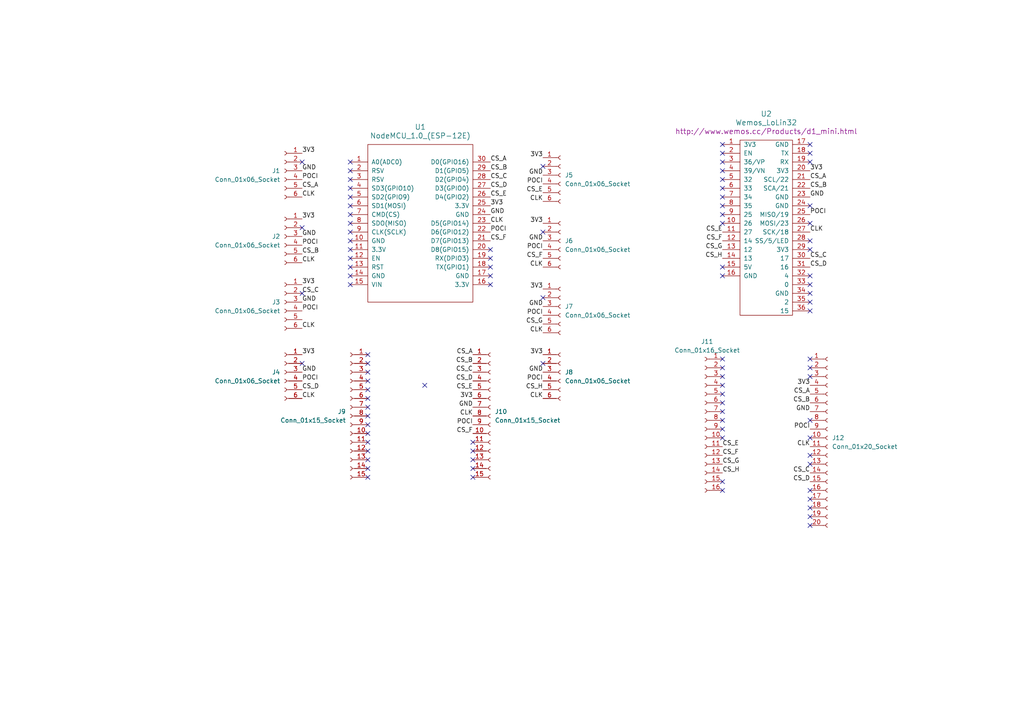
<source format=kicad_sch>
(kicad_sch (version 20230121) (generator eeschema)
  (paper "A4")
  (lib_symbols
    (symbol "Connector:Conn_01x06_Socket" (pin_names (offset 1.016) hide)
      (property "Reference" "J" (at 0 7.62 0))
      (property "Value" "Conn_01x06_Socket" (at 0 -10.16 0))
      (symbol "Conn_01x06_Socket_1_1"
        (arc (start 0 -7.112) (mid -0.5058 -7.62) (end 0 -8.128) (stroke (width 0.1524)))
        (arc (start 0 -4.572) (mid -0.5058 -5.08) (end 0 -5.588) (stroke (width 0.1524)))
        (arc (start 0 -2.032) (mid -0.5058 -2.54) (end 0 -3.048) (stroke (width 0.1524)))
        (polyline (pts (xy -1.27 -7.62) (xy -0.508 -7.62)) (stroke (width 0.1524)))
        (polyline (pts (xy -1.27 -5.08) (xy -0.508 -5.08)) (stroke (width 0.1524)))
        (polyline (pts (xy -1.27 -2.54) (xy -0.508 -2.54)) (stroke (width 0.1524)))
        (polyline (pts (xy -1.27 0) (xy -0.508 0)) (stroke (width 0.1524)))
        (polyline (pts (xy -1.27 2.54) (xy -0.508 2.54)) (stroke (width 0.1524)))
        (polyline (pts (xy -1.27 5.08) (xy -0.508 5.08)) (stroke (width 0.1524)))
        (arc (start 0 0.508) (mid -0.5058 0) (end 0 -0.508) (stroke (width 0.1524)))
        (arc (start 0 3.048) (mid -0.5058 2.54) (end 0 2.032) (stroke (width 0.1524)))
        (arc (start 0 5.588) (mid -0.5058 5.08) (end 0 4.572) (stroke (width 0.1524)))
        (pin passive line (at -5.08 5.08 0) (length 3.81) (name "Pin_1") (number "1"))
        (pin passive line (at -5.08 2.54 0) (length 3.81) (name "Pin_2") (number "2"))
        (pin passive line (at -5.08 0 0) (length 3.81) (name "Pin_3") (number "3"))
        (pin passive line (at -5.08 -2.54 0) (length 3.81) (name "Pin_4") (number "4"))
        (pin passive line (at -5.08 -5.08 0) (length 3.81) (name "Pin_5") (number "5"))
        (pin passive line (at -5.08 -7.62 0) (length 3.81) (name "Pin_6") (number "6"))
      )
    )
    (symbol "Connector:Conn_01x15_Socket" (pin_names (offset 1.016) hide)
      (property "Reference" "J" (at 0 20.32 0))
      (property "Value" "Conn_01x15_Socket" (at 0 -20.32 0))
      (symbol "Conn_01x15_Socket_1_1"
        (arc (start 0 -17.272) (mid -0.5058 -17.78) (end 0 -18.288) (stroke (width 0.1524)))
        (arc (start 0 -14.732) (mid -0.5058 -15.24) (end 0 -15.748) (stroke (width 0.1524)))
        (arc (start 0 -12.192) (mid -0.5058 -12.7) (end 0 -13.208) (stroke (width 0.1524)))
        (arc (start 0 -9.652) (mid -0.5058 -10.16) (end 0 -10.668) (stroke (width 0.1524)))
        (arc (start 0 -7.112) (mid -0.5058 -7.62) (end 0 -8.128) (stroke (width 0.1524)))
        (arc (start 0 -4.572) (mid -0.5058 -5.08) (end 0 -5.588) (stroke (width 0.1524)))
        (arc (start 0 -2.032) (mid -0.5058 -2.54) (end 0 -3.048) (stroke (width 0.1524)))
        (polyline (pts (xy -1.27 -17.78) (xy -0.508 -17.78)) (stroke (width 0.1524)))
        (polyline (pts (xy -1.27 -15.24) (xy -0.508 -15.24)) (stroke (width 0.1524)))
        (polyline (pts (xy -1.27 -12.7) (xy -0.508 -12.7)) (stroke (width 0.1524)))
        (polyline (pts (xy -1.27 -10.16) (xy -0.508 -10.16)) (stroke (width 0.1524)))
        (polyline (pts (xy -1.27 -7.62) (xy -0.508 -7.62)) (stroke (width 0.1524)))
        (polyline (pts (xy -1.27 -5.08) (xy -0.508 -5.08)) (stroke (width 0.1524)))
        (polyline (pts (xy -1.27 -2.54) (xy -0.508 -2.54)) (stroke (width 0.1524)))
        (polyline (pts (xy -1.27 0) (xy -0.508 0)) (stroke (width 0.1524)))
        (polyline (pts (xy -1.27 2.54) (xy -0.508 2.54)) (stroke (width 0.1524)))
        (polyline (pts (xy -1.27 5.08) (xy -0.508 5.08)) (stroke (width 0.1524)))
        (polyline (pts (xy -1.27 7.62) (xy -0.508 7.62)) (stroke (width 0.1524)))
        (polyline (pts (xy -1.27 10.16) (xy -0.508 10.16)) (stroke (width 0.1524)))
        (polyline (pts (xy -1.27 12.7) (xy -0.508 12.7)) (stroke (width 0.1524)))
        (polyline (pts (xy -1.27 15.24) (xy -0.508 15.24)) (stroke (width 0.1524)))
        (polyline (pts (xy -1.27 17.78) (xy -0.508 17.78)) (stroke (width 0.1524)))
        (arc (start 0 0.508) (mid -0.5058 0) (end 0 -0.508) (stroke (width 0.1524)))
        (arc (start 0 3.048) (mid -0.5058 2.54) (end 0 2.032) (stroke (width 0.1524)))
        (arc (start 0 5.588) (mid -0.5058 5.08) (end 0 4.572) (stroke (width 0.1524)))
        (arc (start 0 8.128) (mid -0.5058 7.62) (end 0 7.112) (stroke (width 0.1524)))
        (arc (start 0 10.668) (mid -0.5058 10.16) (end 0 9.652) (stroke (width 0.1524)))
        (arc (start 0 13.208) (mid -0.5058 12.7) (end 0 12.192) (stroke (width 0.1524)))
        (arc (start 0 15.748) (mid -0.5058 15.24) (end 0 14.732) (stroke (width 0.1524)))
        (arc (start 0 18.288) (mid -0.5058 17.78) (end 0 17.272) (stroke (width 0.1524)))
        (pin passive line (at -5.08 17.78 0) (length 3.81) (name "Pin_1") (number "1"))
        (pin passive line (at -5.08 -5.08 0) (length 3.81) (name "Pin_10") (number "10"))
        (pin passive line (at -5.08 -7.62 0) (length 3.81) (name "Pin_11") (number "11"))
        (pin passive line (at -5.08 -10.16 0) (length 3.81) (name "Pin_12") (number "12"))
        (pin passive line (at -5.08 -12.7 0) (length 3.81) (name "Pin_13") (number "13"))
        (pin passive line (at -5.08 -15.24 0) (length 3.81) (name "Pin_14") (number "14"))
        (pin passive line (at -5.08 -17.78 0) (length 3.81) (name "Pin_15") (number "15"))
        (pin passive line (at -5.08 15.24 0) (length 3.81) (name "Pin_2") (number "2"))
        (pin passive line (at -5.08 12.7 0) (length 3.81) (name "Pin_3") (number "3"))
        (pin passive line (at -5.08 10.16 0) (length 3.81) (name "Pin_4") (number "4"))
        (pin passive line (at -5.08 7.62 0) (length 3.81) (name "Pin_5") (number "5"))
        (pin passive line (at -5.08 5.08 0) (length 3.81) (name "Pin_6") (number "6"))
        (pin passive line (at -5.08 2.54 0) (length 3.81) (name "Pin_7") (number "7"))
        (pin passive line (at -5.08 0 0) (length 3.81) (name "Pin_8") (number "8"))
        (pin passive line (at -5.08 -2.54 0) (length 3.81) (name "Pin_9") (number "9"))
      )
    )
    (symbol "Connector:Conn_01x16_Socket" (pin_names (offset 1.016) hide)
      (property "Reference" "J" (at 0 20.32 0))
      (property "Value" "Conn_01x16_Socket" (at 0 -22.86 0))
      (symbol "Conn_01x16_Socket_1_1"
        (arc (start 0 -19.812) (mid -0.5058 -20.32) (end 0 -20.828) (stroke (width 0.1524)))
        (arc (start 0 -17.272) (mid -0.5058 -17.78) (end 0 -18.288) (stroke (width 0.1524)))
        (arc (start 0 -14.732) (mid -0.5058 -15.24) (end 0 -15.748) (stroke (width 0.1524)))
        (arc (start 0 -12.192) (mid -0.5058 -12.7) (end 0 -13.208) (stroke (width 0.1524)))
        (arc (start 0 -9.652) (mid -0.5058 -10.16) (end 0 -10.668) (stroke (width 0.1524)))
        (arc (start 0 -7.112) (mid -0.5058 -7.62) (end 0 -8.128) (stroke (width 0.1524)))
        (arc (start 0 -4.572) (mid -0.5058 -5.08) (end 0 -5.588) (stroke (width 0.1524)))
        (arc (start 0 -2.032) (mid -0.5058 -2.54) (end 0 -3.048) (stroke (width 0.1524)))
        (polyline (pts (xy -1.27 -20.32) (xy -0.508 -20.32)) (stroke (width 0.1524)))
        (polyline (pts (xy -1.27 -17.78) (xy -0.508 -17.78)) (stroke (width 0.1524)))
        (polyline (pts (xy -1.27 -15.24) (xy -0.508 -15.24)) (stroke (width 0.1524)))
        (polyline (pts (xy -1.27 -12.7) (xy -0.508 -12.7)) (stroke (width 0.1524)))
        (polyline (pts (xy -1.27 -10.16) (xy -0.508 -10.16)) (stroke (width 0.1524)))
        (polyline (pts (xy -1.27 -7.62) (xy -0.508 -7.62)) (stroke (width 0.1524)))
        (polyline (pts (xy -1.27 -5.08) (xy -0.508 -5.08)) (stroke (width 0.1524)))
        (polyline (pts (xy -1.27 -2.54) (xy -0.508 -2.54)) (stroke (width 0.1524)))
        (polyline (pts (xy -1.27 0) (xy -0.508 0)) (stroke (width 0.1524)))
        (polyline (pts (xy -1.27 2.54) (xy -0.508 2.54)) (stroke (width 0.1524)))
        (polyline (pts (xy -1.27 5.08) (xy -0.508 5.08)) (stroke (width 0.1524)))
        (polyline (pts (xy -1.27 7.62) (xy -0.508 7.62)) (stroke (width 0.1524)))
        (polyline (pts (xy -1.27 10.16) (xy -0.508 10.16)) (stroke (width 0.1524)))
        (polyline (pts (xy -1.27 12.7) (xy -0.508 12.7)) (stroke (width 0.1524)))
        (polyline (pts (xy -1.27 15.24) (xy -0.508 15.24)) (stroke (width 0.1524)))
        (polyline (pts (xy -1.27 17.78) (xy -0.508 17.78)) (stroke (width 0.1524)))
        (arc (start 0 0.508) (mid -0.5058 0) (end 0 -0.508) (stroke (width 0.1524)))
        (arc (start 0 3.048) (mid -0.5058 2.54) (end 0 2.032) (stroke (width 0.1524)))
        (arc (start 0 5.588) (mid -0.5058 5.08) (end 0 4.572) (stroke (width 0.1524)))
        (arc (start 0 8.128) (mid -0.5058 7.62) (end 0 7.112) (stroke (width 0.1524)))
        (arc (start 0 10.668) (mid -0.5058 10.16) (end 0 9.652) (stroke (width 0.1524)))
        (arc (start 0 13.208) (mid -0.5058 12.7) (end 0 12.192) (stroke (width 0.1524)))
        (arc (start 0 15.748) (mid -0.5058 15.24) (end 0 14.732) (stroke (width 0.1524)))
        (arc (start 0 18.288) (mid -0.5058 17.78) (end 0 17.272) (stroke (width 0.1524)))
        (pin passive line (at -5.08 17.78 0) (length 3.81) (name "Pin_1") (number "1"))
        (pin passive line (at -5.08 -5.08 0) (length 3.81) (name "Pin_10") (number "10"))
        (pin passive line (at -5.08 -7.62 0) (length 3.81) (name "Pin_11") (number "11"))
        (pin passive line (at -5.08 -10.16 0) (length 3.81) (name "Pin_12") (number "12"))
        (pin passive line (at -5.08 -12.7 0) (length 3.81) (name "Pin_13") (number "13"))
        (pin passive line (at -5.08 -15.24 0) (length 3.81) (name "Pin_14") (number "14"))
        (pin passive line (at -5.08 -17.78 0) (length 3.81) (name "Pin_15") (number "15"))
        (pin passive line (at -5.08 -20.32 0) (length 3.81) (name "Pin_16") (number "16"))
        (pin passive line (at -5.08 15.24 0) (length 3.81) (name "Pin_2") (number "2"))
        (pin passive line (at -5.08 12.7 0) (length 3.81) (name "Pin_3") (number "3"))
        (pin passive line (at -5.08 10.16 0) (length 3.81) (name "Pin_4") (number "4"))
        (pin passive line (at -5.08 7.62 0) (length 3.81) (name "Pin_5") (number "5"))
        (pin passive line (at -5.08 5.08 0) (length 3.81) (name "Pin_6") (number "6"))
        (pin passive line (at -5.08 2.54 0) (length 3.81) (name "Pin_7") (number "7"))
        (pin passive line (at -5.08 0 0) (length 3.81) (name "Pin_8") (number "8"))
        (pin passive line (at -5.08 -2.54 0) (length 3.81) (name "Pin_9") (number "9"))
      )
    )
    (symbol "Connector:Conn_01x20_Socket" (pin_names (offset 1.016) hide)
      (property "Reference" "J" (at 0 25.4 0))
      (property "Value" "Conn_01x20_Socket" (at 0 -27.94 0))
      (symbol "Conn_01x20_Socket_1_1"
        (arc (start 0 -24.892) (mid -0.5058 -25.4) (end 0 -25.908) (stroke (width 0.1524)))
        (arc (start 0 -22.352) (mid -0.5058 -22.86) (end 0 -23.368) (stroke (width 0.1524)))
        (arc (start 0 -19.812) (mid -0.5058 -20.32) (end 0 -20.828) (stroke (width 0.1524)))
        (arc (start 0 -17.272) (mid -0.5058 -17.78) (end 0 -18.288) (stroke (width 0.1524)))
        (arc (start 0 -14.732) (mid -0.5058 -15.24) (end 0 -15.748) (stroke (width 0.1524)))
        (arc (start 0 -12.192) (mid -0.5058 -12.7) (end 0 -13.208) (stroke (width 0.1524)))
        (arc (start 0 -9.652) (mid -0.5058 -10.16) (end 0 -10.668) (stroke (width 0.1524)))
        (arc (start 0 -7.112) (mid -0.5058 -7.62) (end 0 -8.128) (stroke (width 0.1524)))
        (arc (start 0 -4.572) (mid -0.5058 -5.08) (end 0 -5.588) (stroke (width 0.1524)))
        (arc (start 0 -2.032) (mid -0.5058 -2.54) (end 0 -3.048) (stroke (width 0.1524)))
        (polyline (pts (xy -1.27 -25.4) (xy -0.508 -25.4)) (stroke (width 0.1524)))
        (polyline (pts (xy -1.27 -22.86) (xy -0.508 -22.86)) (stroke (width 0.1524)))
        (polyline (pts (xy -1.27 -20.32) (xy -0.508 -20.32)) (stroke (width 0.1524)))
        (polyline (pts (xy -1.27 -17.78) (xy -0.508 -17.78)) (stroke (width 0.1524)))
        (polyline (pts (xy -1.27 -15.24) (xy -0.508 -15.24)) (stroke (width 0.1524)))
        (polyline (pts (xy -1.27 -12.7) (xy -0.508 -12.7)) (stroke (width 0.1524)))
        (polyline (pts (xy -1.27 -10.16) (xy -0.508 -10.16)) (stroke (width 0.1524)))
        (polyline (pts (xy -1.27 -7.62) (xy -0.508 -7.62)) (stroke (width 0.1524)))
        (polyline (pts (xy -1.27 -5.08) (xy -0.508 -5.08)) (stroke (width 0.1524)))
        (polyline (pts (xy -1.27 -2.54) (xy -0.508 -2.54)) (stroke (width 0.1524)))
        (polyline (pts (xy -1.27 0) (xy -0.508 0)) (stroke (width 0.1524)))
        (polyline (pts (xy -1.27 2.54) (xy -0.508 2.54)) (stroke (width 0.1524)))
        (polyline (pts (xy -1.27 5.08) (xy -0.508 5.08)) (stroke (width 0.1524)))
        (polyline (pts (xy -1.27 7.62) (xy -0.508 7.62)) (stroke (width 0.1524)))
        (polyline (pts (xy -1.27 10.16) (xy -0.508 10.16)) (stroke (width 0.1524)))
        (polyline (pts (xy -1.27 12.7) (xy -0.508 12.7)) (stroke (width 0.1524)))
        (polyline (pts (xy -1.27 15.24) (xy -0.508 15.24)) (stroke (width 0.1524)))
        (polyline (pts (xy -1.27 17.78) (xy -0.508 17.78)) (stroke (width 0.1524)))
        (polyline (pts (xy -1.27 20.32) (xy -0.508 20.32)) (stroke (width 0.1524)))
        (polyline (pts (xy -1.27 22.86) (xy -0.508 22.86)) (stroke (width 0.1524)))
        (arc (start 0 0.508) (mid -0.5058 0) (end 0 -0.508) (stroke (width 0.1524)))
        (arc (start 0 3.048) (mid -0.5058 2.54) (end 0 2.032) (stroke (width 0.1524)))
        (arc (start 0 5.588) (mid -0.5058 5.08) (end 0 4.572) (stroke (width 0.1524)))
        (arc (start 0 8.128) (mid -0.5058 7.62) (end 0 7.112) (stroke (width 0.1524)))
        (arc (start 0 10.668) (mid -0.5058 10.16) (end 0 9.652) (stroke (width 0.1524)))
        (arc (start 0 13.208) (mid -0.5058 12.7) (end 0 12.192) (stroke (width 0.1524)))
        (arc (start 0 15.748) (mid -0.5058 15.24) (end 0 14.732) (stroke (width 0.1524)))
        (arc (start 0 18.288) (mid -0.5058 17.78) (end 0 17.272) (stroke (width 0.1524)))
        (arc (start 0 20.828) (mid -0.5058 20.32) (end 0 19.812) (stroke (width 0.1524)))
        (arc (start 0 23.368) (mid -0.5058 22.86) (end 0 22.352) (stroke (width 0.1524)))
        (pin passive line (at -5.08 22.86 0) (length 3.81) (name "Pin_1") (number "1"))
        (pin passive line (at -5.08 0 0) (length 3.81) (name "Pin_10") (number "10"))
        (pin passive line (at -5.08 -2.54 0) (length 3.81) (name "Pin_11") (number "11"))
        (pin passive line (at -5.08 -5.08 0) (length 3.81) (name "Pin_12") (number "12"))
        (pin passive line (at -5.08 -7.62 0) (length 3.81) (name "Pin_13") (number "13"))
        (pin passive line (at -5.08 -10.16 0) (length 3.81) (name "Pin_14") (number "14"))
        (pin passive line (at -5.08 -12.7 0) (length 3.81) (name "Pin_15") (number "15"))
        (pin passive line (at -5.08 -15.24 0) (length 3.81) (name "Pin_16") (number "16"))
        (pin passive line (at -5.08 -17.78 0) (length 3.81) (name "Pin_17") (number "17"))
        (pin passive line (at -5.08 -20.32 0) (length 3.81) (name "Pin_18") (number "18"))
        (pin passive line (at -5.08 -22.86 0) (length 3.81) (name "Pin_19") (number "19"))
        (pin passive line (at -5.08 20.32 0) (length 3.81) (name "Pin_2") (number "2"))
        (pin passive line (at -5.08 -25.4 0) (length 3.81) (name "Pin_20") (number "20"))
        (pin passive line (at -5.08 17.78 0) (length 3.81) (name "Pin_3") (number "3"))
        (pin passive line (at -5.08 15.24 0) (length 3.81) (name "Pin_4") (number "4"))
        (pin passive line (at -5.08 12.7 0) (length 3.81) (name "Pin_5") (number "5"))
        (pin passive line (at -5.08 10.16 0) (length 3.81) (name "Pin_6") (number "6"))
        (pin passive line (at -5.08 7.62 0) (length 3.81) (name "Pin_7") (number "7"))
        (pin passive line (at -5.08 5.08 0) (length 3.81) (name "Pin_8") (number "8"))
        (pin passive line (at -5.08 2.54 0) (length 3.81) (name "Pin_9") (number "9"))
      )
    )
    (symbol "ESP8266:NodeMCU_1.0_(ESP-12E)" (pin_names (offset 1.016))
      (property "Reference" "U" (at 0 21.59 0))
      (property "Value" "NodeMCU_1.0_(ESP-12E)" (at 0 -21.59 0))
      (symbol "NodeMCU_1.0_(ESP-12E)_0_1"
        (rectangle (start -15.24 -22.86) (end 15.24 22.86))
      )
      (symbol "NodeMCU_1.0_(ESP-12E)_1_1"
        (pin input line (at -20.32 17.78 0) (length 5.08) (name "A0(ADC0)") (number "1"))
        (pin input line (at -20.32 -5.08 0) (length 5.08) (name "GND") (number "10"))
        (pin power_out line (at -20.32 -7.62 0) (length 5.08) (name "3.3V") (number "11"))
        (pin input line (at -20.32 -10.16 0) (length 5.08) (name "EN") (number "12"))
        (pin input line (at -20.32 -12.7 0) (length 5.08) (name "RST") (number "13"))
        (pin power_in line (at -20.32 -15.24 0) (length 5.08) (name "GND") (number "14"))
        (pin power_in line (at -20.32 -17.78 0) (length 5.08) (name "VIN") (number "15"))
        (pin power_out line (at 20.32 -17.78 180) (length 5.08) (name "3.3V") (number "16"))
        (pin power_in line (at 20.32 -15.24 180) (length 5.08) (name "GND") (number "17"))
        (pin bidirectional line (at 20.32 -12.7 180) (length 5.08) (name "TX(GPIO1)") (number "18"))
        (pin bidirectional line (at 20.32 -10.16 180) (length 5.08) (name "RX(DPIO3)") (number "19"))
        (pin input line (at -20.32 15.24 0) (length 5.08) (name "RSV") (number "2"))
        (pin bidirectional line (at 20.32 -7.62 180) (length 5.08) (name "D8(GPIO15)") (number "20"))
        (pin bidirectional line (at 20.32 -5.08 180) (length 5.08) (name "D7(GPIO13)") (number "21"))
        (pin bidirectional line (at 20.32 -2.54 180) (length 5.08) (name "D6(GPIO12)") (number "22"))
        (pin bidirectional line (at 20.32 0 180) (length 5.08) (name "D5(GPIO14)") (number "23"))
        (pin power_in line (at 20.32 2.54 180) (length 5.08) (name "GND") (number "24"))
        (pin power_out line (at 20.32 5.08 180) (length 5.08) (name "3.3V") (number "25"))
        (pin bidirectional line (at 20.32 7.62 180) (length 5.08) (name "D4(GPIO2)") (number "26"))
        (pin bidirectional line (at 20.32 10.16 180) (length 5.08) (name "D3(GPIO0)") (number "27"))
        (pin bidirectional line (at 20.32 12.7 180) (length 5.08) (name "D2(GPIO4)") (number "28"))
        (pin bidirectional line (at 20.32 15.24 180) (length 5.08) (name "D1(GPIO5)") (number "29"))
        (pin input line (at -20.32 12.7 0) (length 5.08) (name "RSV") (number "3"))
        (pin bidirectional line (at 20.32 17.78 180) (length 5.08) (name "D0(GPIO16)") (number "30"))
        (pin bidirectional line (at -20.32 10.16 0) (length 5.08) (name "SD3(GPIO10)") (number "4"))
        (pin bidirectional line (at -20.32 7.62 0) (length 5.08) (name "SD2(GPIO9)") (number "5"))
        (pin bidirectional line (at -20.32 5.08 0) (length 5.08) (name "SD1(MOSI)") (number "6"))
        (pin bidirectional line (at -20.32 2.54 0) (length 5.08) (name "CMD(CS)") (number "7"))
        (pin bidirectional line (at -20.32 0 0) (length 5.08) (name "SDO(MISO)") (number "8"))
        (pin bidirectional line (at -20.32 -2.54 0) (length 5.08) (name "CLK(SCLK)") (number "9"))
      )
    )
    (symbol "wemos:Wemos_LoLin32" (pin_names (offset 1.016))
      (property "Reference" "U" (at 0 26.67 0))
      (property "Value" "Wemos_LoLin32" (at 0 -27.94 0))
      (property "Datasheet" "http://www.wemos.cc/Products/d1_mini.html" (at 13.97 -11.43 0))
      (symbol "Wemos_LoLin32_0_1"
        (rectangle (start -7.62 25.4) (end 7.62 -25.4))
      )
      (symbol "Wemos_LoLin32_1_1"
        (pin power_out line (at -12.7 24.13 0) (length 5.08) (name "3V3") (number "1"))
        (pin bidirectional line (at -12.7 1.27 0) (length 5.08) (name "26") (number "10"))
        (pin bidirectional line (at -12.7 -1.27 0) (length 5.08) (name "27") (number "11"))
        (pin bidirectional line (at -12.7 -3.81 0) (length 5.08) (name "14") (number "12"))
        (pin bidirectional line (at -12.7 -6.35 0) (length 5.08) (name "12") (number "13"))
        (pin bidirectional line (at -12.7 -8.89 0) (length 5.08) (name "13") (number "14"))
        (pin power_in line (at -12.7 -11.43 0) (length 5.08) (name "5V") (number "15"))
        (pin power_in line (at -12.7 -13.97 0) (length 5.08) (name "GND") (number "16"))
        (pin power_in line (at 12.7 24.13 180) (length 5.08) (name "GND") (number "17"))
        (pin output line (at 12.7 21.59 180) (length 5.08) (name "TX") (number "18"))
        (pin input line (at 12.7 19.05 180) (length 5.08) (name "RX") (number "19"))
        (pin bidirectional line (at -12.7 21.59 0) (length 5.08) (name "EN") (number "2"))
        (pin power_out line (at 12.7 16.51 180) (length 5.08) (name "3V3") (number "20"))
        (pin bidirectional line (at 12.7 13.97 180) (length 5.08) (name "SCL/22") (number "21"))
        (pin bidirectional line (at 12.7 11.43 180) (length 5.08) (name "SCA/21") (number "22"))
        (pin power_in line (at 12.7 8.89 180) (length 5.08) (name "GND") (number "23"))
        (pin power_in line (at 12.7 6.35 180) (length 5.08) (name "GND") (number "24"))
        (pin bidirectional line (at 12.7 3.81 180) (length 5.08) (name "MISO/19") (number "25"))
        (pin bidirectional line (at 12.7 1.27 180) (length 5.08) (name "MOSI/23") (number "26"))
        (pin bidirectional line (at 12.7 -1.27 180) (length 5.08) (name "SCK/18") (number "27"))
        (pin bidirectional line (at 12.7 -3.81 180) (length 5.08) (name "SS/5/LED") (number "28"))
        (pin power_out line (at 12.7 -6.35 180) (length 5.08) (name "3V3") (number "29"))
        (pin bidirectional line (at -12.7 19.05 0) (length 5.08) (name "36/VP") (number "3"))
        (pin bidirectional line (at 12.7 -8.89 180) (length 5.08) (name "17") (number "30"))
        (pin bidirectional line (at 12.7 -11.43 180) (length 5.08) (name "16") (number "31"))
        (pin bidirectional line (at 12.7 -13.97 180) (length 5.08) (name "4") (number "32"))
        (pin bidirectional line (at 12.7 -16.51 180) (length 5.08) (name "0") (number "33"))
        (pin power_in line (at 12.7 -19.05 180) (length 5.08) (name "GND") (number "34"))
        (pin bidirectional line (at 12.7 -21.59 180) (length 5.08) (name "2") (number "35"))
        (pin bidirectional line (at 12.7 -24.13 180) (length 5.08) (name "15") (number "36"))
        (pin bidirectional line (at -12.7 16.51 0) (length 5.08) (name "39/VN") (number "4"))
        (pin bidirectional line (at -12.7 13.97 0) (length 5.08) (name "32") (number "5"))
        (pin bidirectional line (at -12.7 11.43 0) (length 5.08) (name "33") (number "6"))
        (pin bidirectional line (at -12.7 8.89 0) (length 5.08) (name "34") (number "7"))
        (pin bidirectional line (at -12.7 6.35 0) (length 5.08) (name "35") (number "8"))
        (pin bidirectional line (at -12.7 3.81 0) (length 5.08) (name "25") (number "9"))
      )
    )
  )
  (no_connect (at 209.55 104.14))
  (no_connect (at 101.6 64.77))
  (no_connect (at 106.68 115.57))
  (no_connect (at 234.95 104.14))
  (no_connect (at 234.95 142.24))
  (no_connect (at 209.55 57.15))
  (no_connect (at 87.63 105.41))
  (no_connect (at 234.95 109.22))
  (no_connect (at 87.63 85.09))
  (no_connect (at 101.6 74.93))
  (no_connect (at 106.68 123.19))
  (no_connect (at 101.6 77.47))
  (no_connect (at 101.6 82.55))
  (no_connect (at 106.68 118.11))
  (no_connect (at 234.95 44.45))
  (no_connect (at 106.68 133.35))
  (no_connect (at 101.6 80.01))
  (no_connect (at 234.95 152.4))
  (no_connect (at 101.6 57.15))
  (no_connect (at 234.95 64.77))
  (no_connect (at 137.16 128.27))
  (no_connect (at 157.48 48.26))
  (no_connect (at 209.55 54.61))
  (no_connect (at 234.95 85.09))
  (no_connect (at 106.68 105.41))
  (no_connect (at 142.24 82.55))
  (no_connect (at 142.24 80.01))
  (no_connect (at 209.55 77.47))
  (no_connect (at 123.19 111.76))
  (no_connect (at 106.68 130.81))
  (no_connect (at 101.6 69.85))
  (no_connect (at 209.55 41.91))
  (no_connect (at 234.95 132.08))
  (no_connect (at 234.95 106.68))
  (no_connect (at 234.95 69.85))
  (no_connect (at 234.95 59.69))
  (no_connect (at 209.55 139.7))
  (no_connect (at 234.95 46.99))
  (no_connect (at 234.95 147.32))
  (no_connect (at 209.55 127))
  (no_connect (at 209.55 124.46))
  (no_connect (at 209.55 59.69))
  (no_connect (at 209.55 52.07))
  (no_connect (at 101.6 72.39))
  (no_connect (at 209.55 111.76))
  (no_connect (at 101.6 62.23))
  (no_connect (at 87.63 46.99))
  (no_connect (at 106.68 113.03))
  (no_connect (at 101.6 46.99))
  (no_connect (at 101.6 59.69))
  (no_connect (at 106.68 107.95))
  (no_connect (at 234.95 144.78))
  (no_connect (at 209.55 121.92))
  (no_connect (at 106.68 102.87))
  (no_connect (at 234.95 82.55))
  (no_connect (at 106.68 120.65))
  (no_connect (at 209.55 64.77))
  (no_connect (at 101.6 49.53))
  (no_connect (at 142.24 72.39))
  (no_connect (at 209.55 116.84))
  (no_connect (at 209.55 142.24))
  (no_connect (at 157.48 86.36))
  (no_connect (at 234.95 134.62))
  (no_connect (at 87.63 66.04))
  (no_connect (at 157.48 67.31))
  (no_connect (at 234.95 127))
  (no_connect (at 234.95 87.63))
  (no_connect (at 106.68 135.89))
  (no_connect (at 209.55 46.99))
  (no_connect (at 234.95 41.91))
  (no_connect (at 234.95 90.17))
  (no_connect (at 209.55 114.3))
  (no_connect (at 209.55 49.53))
  (no_connect (at 209.55 119.38))
  (no_connect (at 101.6 67.31))
  (no_connect (at 234.95 149.86))
  (no_connect (at 106.68 110.49))
  (no_connect (at 106.68 125.73))
  (no_connect (at 137.16 130.81))
  (no_connect (at 209.55 106.68))
  (no_connect (at 106.68 128.27))
  (no_connect (at 234.95 80.01))
  (no_connect (at 101.6 54.61))
  (no_connect (at 142.24 74.93))
  (no_connect (at 209.55 44.45))
  (no_connect (at 234.95 72.39))
  (no_connect (at 209.55 80.01))
  (no_connect (at 101.6 52.07))
  (no_connect (at 137.16 133.35))
  (no_connect (at 234.95 121.92))
  (no_connect (at 137.16 135.89))
  (no_connect (at 106.68 138.43))
  (no_connect (at 209.55 62.23))
  (no_connect (at 157.48 105.41))
  (no_connect (at 209.55 109.22))
  (no_connect (at 137.16 138.43))
  (no_connect (at 142.24 77.47))
  (label "CS_C" (at 234.95 137.16 180))
  (label "CS_H" (at 209.55 137.16 0))
  (label "CS_F" (at 209.55 132.08 0))
  (label "CS_G" (at 157.48 93.98 180))
  (label "CLK" (at 157.48 96.52 180))
  (label "CS_E" (at 209.55 129.54 0))
  (label "CLK" (at 234.95 129.54 180))
  (label "CS_E" (at 157.48 55.88 180))
  (label "CS_B" (at 234.95 116.84 180))
  (label "CS_B" (at 137.16 105.41 180))
  (label "3V3" (at 87.63 82.55 0))
  (label "3V3" (at 87.63 63.5 0))
  (label "CS_B" (at 142.24 49.53 0))
  (label "CS_A" (at 87.63 54.61 0))
  (label "CS_F" (at 157.48 74.93 180))
  (label "POCI" (at 87.63 90.17 0))
  (label "CS_F" (at 142.24 69.85 0))
  (label "3V3" (at 234.95 49.53 0))
  (label "CS_D" (at 87.63 113.03 0))
  (label "POCI" (at 157.48 110.49 180))
  (label "CLK" (at 87.63 76.2 0))
  (label "CS_H" (at 209.55 74.93 180))
  (label "POCI" (at 87.63 52.07 0))
  (label "GND" (at 157.48 107.95 180))
  (label "GND" (at 87.63 87.63 0))
  (label "CLK" (at 87.63 115.57 0))
  (label "CS_E" (at 137.16 113.03 180))
  (label "CS_D" (at 234.95 139.7 180))
  (label "CS_C" (at 142.24 52.07 0))
  (label "CS_D" (at 142.24 54.61 0))
  (label "CLK" (at 87.63 57.15 0))
  (label "CS_E" (at 209.55 67.31 180))
  (label "GND" (at 234.95 119.38 180))
  (label "CLK" (at 87.63 95.25 0))
  (label "GND" (at 157.48 88.9 180))
  (label "3V3" (at 157.48 64.77 180))
  (label "3V3" (at 157.48 102.87 180))
  (label "POCI" (at 234.95 62.23 0))
  (label "GND" (at 234.95 57.15 0))
  (label "CS_E" (at 142.24 57.15 0))
  (label "CS_A" (at 234.95 52.07 0))
  (label "POCI" (at 87.63 110.49 0))
  (label "POCI" (at 142.24 67.31 0))
  (label "CS_B" (at 234.95 54.61 0))
  (label "CS_D" (at 234.95 77.47 0))
  (label "GND" (at 142.24 62.23 0))
  (label "CLK" (at 157.48 58.42 180))
  (label "CS_C" (at 137.16 107.95 180))
  (label "GND" (at 87.63 107.95 0))
  (label "POCI" (at 157.48 72.39 180))
  (label "POCI" (at 87.63 71.12 0))
  (label "CLK" (at 234.95 67.31 0))
  (label "CS_C" (at 234.95 74.93 0))
  (label "POCI" (at 157.48 91.44 180))
  (label "GND" (at 157.48 69.85 180))
  (label "GND" (at 137.16 118.11 180))
  (label "3V3" (at 87.63 102.87 0))
  (label "GND" (at 157.48 50.8 180))
  (label "POCI" (at 157.48 53.34 180))
  (label "POCI" (at 234.95 124.46 180))
  (label "3V3" (at 157.48 83.82 180))
  (label "CLK" (at 157.48 115.57 180))
  (label "CS_A" (at 142.24 46.99 0))
  (label "CS_B" (at 87.63 73.66 0))
  (label "3V3" (at 137.16 115.57 180))
  (label "POCI" (at 137.16 123.19 180))
  (label "GND" (at 87.63 49.53 0))
  (label "CS_H" (at 157.48 113.03 180))
  (label "CS_D" (at 137.16 110.49 180))
  (label "CLK" (at 137.16 120.65 180))
  (label "3V3" (at 234.95 111.76 180))
  (label "CS_G" (at 209.55 134.62 0))
  (label "CS_A" (at 137.16 102.87 180))
  (label "3V3" (at 87.63 44.45 0))
  (label "3V3" (at 142.24 59.69 0))
  (label "3V3" (at 157.48 45.72 180))
  (label "CS_F" (at 137.16 125.73 180))
  (label "CS_G" (at 209.55 72.39 180))
  (label "GND" (at 87.63 68.58 0))
  (label "CS_A" (at 234.95 114.3 180))
  (label "CLK" (at 142.24 64.77 0))
  (label "CLK" (at 157.48 77.47 180))
  (label "CS_C" (at 87.63 85.09 0))
  (label "CS_F" (at 209.55 69.85 180))
  (symbol (lib_id "wemos:Wemos_LoLin32") (at 222.25 66.04 0) (unit 1)
    (property "Reference" "U2" (at 222.25 33.02 0) (effects (font (size 1.524 1.524))))
    (property "Value" "Wemos_LoLin32" (at 222.25 35.56 0) (effects (font (size 1.524 1.524))))
    (property "Footprint" "Wemos:LoLin_32_Board" (effects hide))
    (property "Datasheet" "http://www.wemos.cc/Products/d1_mini.html" (at 222.25 38.1 0) (effects (font (size 1.524 1.524))))
  )
  (symbol (lib_id "Connector:Conn_01x15_Socket") (at 142.24 120.65 0) (unit 1)
    (property "Reference" "J10" (at 143.51 119.38 0) (effects (justify left)))
    (property "Value" "Conn_01x15_Socket" (at 143.51 121.92 0) (effects (justify left)))
    (property "Footprint" "Connector_PinSocket_2.54mm:PinSocket_1x15_P2.54mm_Vertical" (effects hide))
  )
  (symbol (lib_id "Connector:Conn_01x06_Socket") (at 162.56 69.85 0) (unit 1)
    (property "Reference" "J6" (at 163.83 69.85 0) (effects (justify left)))
    (property "Value" "Conn_01x06_Socket" (at 163.83 72.39 0) (effects (justify left)))
    (property "Footprint" "Connector_PinSocket_2.54mm:PinSocket_1x06_P2.54mm_Vertical" (effects hide))
  )
  (symbol (lib_id "Connector:Conn_01x06_Socket") (at 82.55 87.63 0) (mirror y) (unit 1)
    (property "Reference" "J3" (at 81.28 87.63 0) (effects (justify left)))
    (property "Value" "Conn_01x06_Socket" (at 81.28 90.17 0) (effects (justify left)))
    (property "Footprint" "Connector_PinSocket_2.54mm:PinSocket_1x06_P2.54mm_Vertical" (effects hide))
  )
  (symbol (lib_id "ESP8266:NodeMCU_1.0_(ESP-12E)") (at 121.92 64.77 0) (unit 1)
    (property "Reference" "U1" (at 121.92 36.83 0) (effects (font (size 1.524 1.524))))
    (property "Value" "NodeMCU_1.0_(ESP-12E)" (at 121.92 39.37 0) (effects (font (size 1.524 1.524))))
    (property "Footprint" "ESP8266:NodeMCU-LoLinV3" (effects hide))
  )
  (symbol (lib_id "Connector:Conn_01x06_Socket") (at 162.56 50.8 0) (unit 1)
    (property "Reference" "J5" (at 163.83 50.8 0) (effects (justify left)))
    (property "Value" "Conn_01x06_Socket" (at 163.83 53.34 0) (effects (justify left)))
    (property "Footprint" "Connector_PinSocket_2.54mm:PinSocket_1x06_P2.54mm_Vertical" (effects hide))
  )
  (symbol (lib_id "Connector:Conn_01x16_Socket") (at 204.47 121.92 0) (mirror y) (unit 1)
    (property "Reference" "J11" (at 205.105 99.06 0))
    (property "Value" "Conn_01x16_Socket" (at 205.105 101.6 0))
    (property "Footprint" "Connector_PinSocket_2.54mm:PinSocket_1x16_P2.54mm_Vertical" (effects hide))
  )
  (symbol (lib_id "Connector:Conn_01x06_Socket") (at 82.55 49.53 0) (mirror y) (unit 1)
    (property "Reference" "J1" (at 81.28 49.53 0) (effects (justify left)))
    (property "Value" "Conn_01x06_Socket" (at 81.28 52.07 0) (effects (justify left)))
    (property "Footprint" "Connector_PinSocket_2.54mm:PinSocket_1x06_P2.54mm_Vertical" (effects hide))
  )
  (symbol (lib_id "Connector:Conn_01x06_Socket") (at 162.56 88.9 0) (unit 1)
    (property "Reference" "J7" (at 163.83 88.9 0) (effects (justify left)))
    (property "Value" "Conn_01x06_Socket" (at 163.83 91.44 0) (effects (justify left)))
    (property "Footprint" "Connector_PinSocket_2.54mm:PinSocket_1x06_P2.54mm_Vertical" (effects hide))
  )
  (symbol (lib_id "Connector:Conn_01x06_Socket") (at 82.55 68.58 0) (mirror y) (unit 1)
    (property "Reference" "J2" (at 81.28 68.58 0) (effects (justify left)))
    (property "Value" "Conn_01x06_Socket" (at 81.28 71.12 0) (effects (justify left)))
    (property "Footprint" "Connector_PinSocket_2.54mm:PinSocket_1x06_P2.54mm_Vertical" (effects hide))
  )
  (symbol (lib_id "Connector:Conn_01x20_Socket") (at 240.03 127 0) (unit 1)
    (property "Reference" "J12" (at 241.3 127 0) (effects (justify left)))
    (property "Value" "Conn_01x20_Socket" (at 241.3 129.54 0) (effects (justify left)))
    (property "Footprint" "Connector_PinSocket_2.54mm:PinSocket_1x20_P2.54mm_Vertical" (effects hide))
  )
  (symbol (lib_id "Connector:Conn_01x06_Socket") (at 82.55 107.95 0) (mirror y) (unit 1)
    (property "Reference" "J4" (at 81.28 107.95 0) (effects (justify left)))
    (property "Value" "Conn_01x06_Socket" (at 81.28 110.49 0) (effects (justify left)))
    (property "Footprint" "Connector_PinSocket_2.54mm:PinSocket_1x06_P2.54mm_Vertical" (effects hide))
  )
  (symbol (lib_id "Connector:Conn_01x06_Socket") (at 162.56 107.95 0) (unit 1)
    (property "Reference" "J8" (at 163.83 107.95 0) (effects (justify left)))
    (property "Value" "Conn_01x06_Socket" (at 163.83 110.49 0) (effects (justify left)))
    (property "Footprint" "Connector_PinSocket_2.54mm:PinSocket_1x06_P2.54mm_Vertical" (effects hide))
  )
  (symbol (lib_id "Connector:Conn_01x15_Socket") (at 101.6 120.65 0) (mirror y) (unit 1)
    (property "Reference" "J9" (at 100.33 119.38 0) (effects (justify left)))
    (property "Value" "Conn_01x15_Socket" (at 100.33 121.92 0) (effects (justify left)))
    (property "Footprint" "Connector_PinSocket_2.54mm:PinSocket_1x15_P2.54mm_Vertical" (effects hide))
  )
)
</source>
